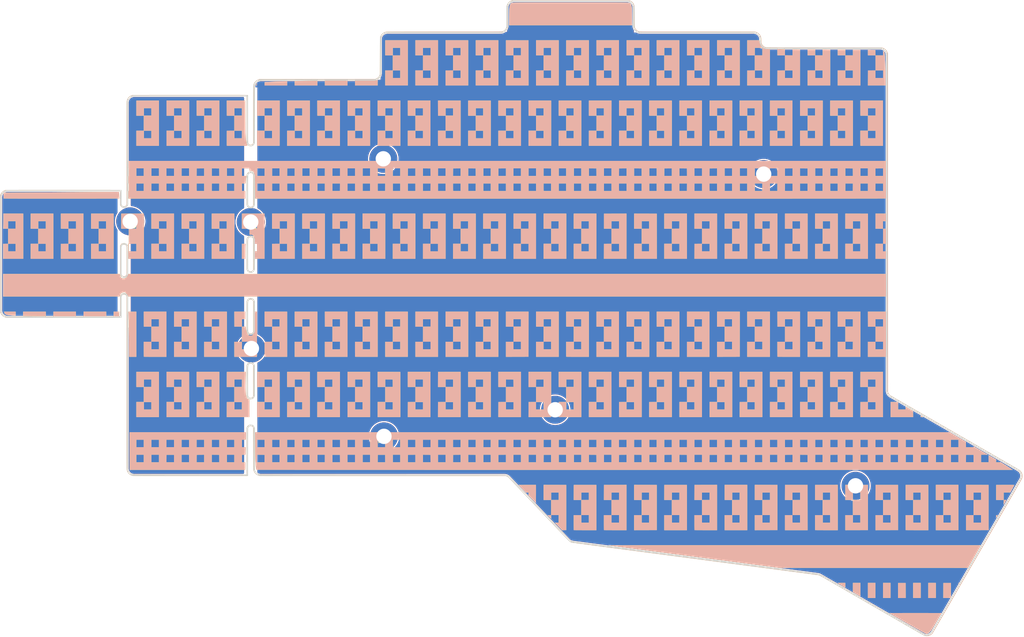
<source format=kicad_pcb>
(kicad_pcb (version 20210824) (generator pcbnew)
  (layers (0 "F.Cu" signal) (31 "B.Cu" signal) (34 "B.Paste" user) (35 "F.Paste" user) (36 "B.SilkS" user "B.Silkscreen") (37 "F.SilkS" user "F.Silkscreen") (38 "B.Mask" user) (39 "F.Mask" user) (44 "Edge.Cuts" user))
  (net 0 "")
  (footprint "kbd:M2_Hole_TH" (layer "F.Cu") (at 128.721463 40.374367)
    (fp_text reference "H8" (at 0 0.5) (layer "F.SilkS"))
    (fp_text value "MountingHole")
    (pad "" thru_hole circle (at 0 0) (size 4.2 4.2) (drill 2.3) (layers *.Cu *.Mask))
  )
  (footprint "kbd:M2_Hole_TH" (layer "F.Cu") (at 71.621463 38.074367)
    (fp_text reference "H4" (at 0 0.5) (layer "F.SilkS"))
    (fp_text value "MountingHole")
    (pad "" thru_hole circle (at 0 0) (size 4.2 4.2) (drill 2.3) (layers *.Cu *.Mask))
  )
  (footprint "kbd:M2_Hole_TH" (layer "F.Cu") (at 51.821463 66.574367)
    (fp_text reference "H2" (at 0 0.5) (layer "F.SilkS"))
    (fp_text value "MountingHole")
    (pad "" thru_hole circle (at 0 0) (size 4.2 4.2) (drill 2.3) (layers *.Cu *.Mask))
  )
  (footprint "Silks:skean-math-silk" (layer "F.Cu") (at 90.821464 61.999367)
    (fp_text reference "G***" hide)
    (fp_text value "LOGO" hide)
  )
  (footprint "kbd:M2_Hole_TH" (layer "F.Cu") (at 33.621463 47.474367)
    (fp_text reference "H3" (at 0 0.5) (layer "F.SilkS"))
    (fp_text value "MountingHole")
    (pad "" thru_hole circle (at 0 0) (size 4.2 4.2) (drill 2.3) (layers *.Cu *.Mask))
  )
  (footprint "kbd:M2_Hole_TH" (layer "F.Cu") (at 51.721463 47.574367)
    (fp_text reference "H1" (at 0 0.5) (layer "F.SilkS"))
    (fp_text value "MountingHole")
    (pad "" thru_hole circle (at 0 0) (size 4.2 4.2) (drill 2.3) (layers *.Cu *.Mask))
  )
  (footprint "kbd:M2_Hole_TH" (layer "F.Cu") (at 97.421463 75.774367)
    (fp_text reference "H6" (at 0 0.5) (layer "F.SilkS"))
    (fp_text value "MountingHole")
    (pad "" thru_hole circle (at 0 0) (size 4.2 4.2) (drill 2.3) (layers *.Cu *.Mask))
  )
  (footprint "kbd:M2_Hole_TH" (layer "F.Cu") (at 71.721463 79.774367)
    (fp_text reference "H5" (at 0 0.5) (layer "F.SilkS"))
    (fp_text value "MountingHole")
    (pad "" thru_hole circle (at 0 0) (size 4.2 4.2) (drill 2.3) (layers *.Cu *.Mask))
  )
  (footprint "kbd:M2_Hole_TH" (layer "F.Cu") (at 142.507505 87.19918)
    (fp_text reference "H9" (at 0 0.5) (layer "F.SilkS"))
    (fp_text value "MountingHole")
    (pad "" thru_hole circle (at 0 0) (size 4.2 4.2) (drill 2.3) (layers *.Cu *.Mask))
  )
  (footprint "Silks:skean-math-silk" (layer "F.Cu") (at 90.821464 61.999367)
    (fp_text reference "G***" hide)
    (fp_text value "LOGO" hide)
  )
  (gr_arc (start 89.796623 86.588971) (end 90.514076 85.907372) (angle -46.46802851) (layer "Edge.Cuts") (width 0.2))
  (gr_arc (start 166.412511 85.70096) (end 167.278537 86.20096) (angle -90) (layer "Edge.Cuts") (width 0.2))
  (gr_arc (start 51.721463 59.599366) (end 52.221463 59.599366) (angle -180) (layer "Edge.Cuts") (width 0.2))
  (gr_arc (start 89.221463 18.099368) (end 89.221463 19.099368) (angle -90) (layer "Edge.Cuts") (width 0.2))
  (gr_line (start 15.221464 42.849368) (end 32.221465 42.849368) (layer "Edge.Cuts") (width 0.2))
  (gr_line (start 32.221464 51.349368) (end 32.221464 55.349368) (layer "Edge.Cuts") (width 0.2))
  (gr_line (start 52.221463 35.599367) (end 52.221463 27.224367) (layer "Edge.Cuts") (width 0.2))
  (gr_line (start 99.480311 95.345258) (end 90.514076 85.907372) (layer "Edge.Cuts") (width 0.2))
  (gr_arc (start 51.721463 40.599367) (end 52.221463 40.599367) (angle -180) (layer "Edge.Cuts") (width 0.2))
  (gr_line (start 147.721463 73.754978) (end 166.912511 84.834934) (layer "Edge.Cuts") (width 0.2))
  (gr_line (start 147.221463 22.474368) (end 147.221463 72.888952) (layer "Edge.Cuts") (width 0.2))
  (gr_arc (start 32.721463 55.349368) (end 32.221463 55.349368) (angle -180) (layer "Edge.Cuts") (width 0.2))
  (gr_line (start 51.221463 28.599368) (end 51.221463 35.599367) (layer "Edge.Cuts") (width 0.2))
  (gr_line (start 32.221464 42.849368) (end 32.221464 44.849368) (layer "Edge.Cuts") (width 0.2))
  (gr_arc (start 51.72149 63.924327) (end 51.22149 63.924327) (angle -180) (layer "Edge.Cuts") (width 0.2))
  (gr_arc (start 70.221463 25.224368) (end 70.221463 26.224368) (angle -90) (layer "Edge.Cuts") (width 0.2))
  (gr_arc (start 51.721463 73.599366) (end 51.221463 73.599366) (angle -180) (layer "Edge.Cuts") (width 0.2))
  (gr_line (start 52.221463 84.599366) (end 52.221463 78.599366) (layer "Edge.Cuts") (width 0.2))
  (gr_line (start 51.221491 54.599327) (end 51.22149 50.224327) (layer "Edge.Cuts") (width 0.2))
  (gr_arc (start 53.221463 84.599366) (end 52.221463 84.599366) (angle -90) (layer "Edge.Cuts") (width 0.2))
  (gr_line (start 71.221463 25.224368) (end 71.221463 20.099368) (layer "Edge.Cuts") (width 0.2))
  (gr_arc (start 146.221463 22.474368) (end 147.221463 22.474368) (angle -90) (layer "Edge.Cuts") (width 0.2))
  (gr_arc (start 108.221463 15.349368) (end 109.221463 15.349368) (angle -90) (layer "Edge.Cuts") (width 0.2))
  (gr_line (start 110.221463 19.099367) (end 127.221463 19.099367) (layer "Edge.Cuts") (width 0.2))
  (gr_line (start 89.796623 85.599366) (end 53.221463 85.599366) (layer "Edge.Cuts") (width 0.2))
  (gr_line (start 152.662511 109.516658) (end 137.244527 100.615081) (layer "Edge.Cuts") (width 0.2))
  (gr_line (start 51.22149 69.224327) (end 51.221491 73.599327) (layer "Edge.Cuts") (width 0.2))
  (gr_arc (start 51.72149 69.224327) (end 52.22149 69.224327) (angle -180) (layer "Edge.Cuts") (width 0.2))
  (gr_arc (start 110.221463 18.099368) (end 109.221463 18.099367) (angle -90) (layer "Edge.Cuts") (width 0.2))
  (gr_line (start 33.221463 84.609762) (end 33.221464 58.849368) (layer "Edge.Cuts") (width 0.2))
  (gr_arc (start 51.721463 54.599366) (end 51.221463 54.599366) (angle -180) (layer "Edge.Cuts") (width 0.2))
  (gr_arc (start 51.721463 78.599366) (end 52.221463 78.599366) (angle -180) (layer "Edge.Cuts") (width 0.2))
  (gr_arc (start 32.721464 44.849368) (end 32.221464 44.849368) (angle -180) (layer "Edge.Cuts") (width 0.2))
  (gr_line (start 51.221463 78.599366) (end 51.221463 85.599366) (layer "Edge.Cuts") (width 0.2))
  (gr_line (start 51.221491 40.599328) (end 51.22149 44.924327) (layer "Edge.Cuts") (width 0.2))
  (gr_arc (start 34.211068 84.609762) (end 33.221463 84.609762) (angle -90) (layer "Edge.Cuts") (width 0.2))
  (gr_line (start 51.221463 85.599366) (end 34.211068 85.599366) (layer "Edge.Cuts") (width 0.2))
  (gr_arc (start 53.221463 27.224368) (end 53.221463 26.224368) (angle -90) (layer "Edge.Cuts") (width 0.2))
  (gr_line (start 53.221463 26.224368) (end 70.221463 26.224368) (layer "Edge.Cuts") (width 0.2))
  (gr_line (start 52.221491 40.599328) (end 52.22149 44.924327) (layer "Edge.Cuts") (width 0.2))
  (gr_line (start 51.22149 63.924327) (end 51.221491 59.599327) (layer "Edge.Cuts") (width 0.2))
  (gr_line (start 14.221465 60.849368) (end 14.221465 43.849369) (layer "Edge.Cuts") (width 0.2))
  (gr_arc (start 15.221464 60.849368) (end 14.221465 60.849368) (angle -90) (layer "Edge.Cuts") (width 0.2))
  (gr_arc (start 15.221465 43.849368) (end 15.221464 42.849368) (angle -90) (layer "Edge.Cuts") (width 0.2))
  (gr_line (start 32.221464 58.849368) (end 32.221464 61.849368) (layer "Edge.Cuts") (width 0.2))
  (gr_arc (start 129.221463 20.474367) (end 128.221463 20.474367) (angle -90) (layer "Edge.Cuts") (width 0.2))
  (gr_arc (start 51.72149 50.224327) (end 52.22149 50.224327) (angle -180) (layer "Edge.Cuts") (width 0.2))
  (gr_line (start 52.22149 63.924327) (end 52.221491 59.599327) (layer "Edge.Cuts") (width 0.2))
  (gr_arc (start 91.221463 15.349368) (end 91.221463 14.349368) (angle -90) (layer "Edge.Cuts") (width 0.2))
  (gr_arc (start 127.221463 20.099367) (end 128.221463 20.099367) (angle -90) (layer "Edge.Cuts") (width 0.2))
  (gr_arc (start 100.197764 94.663659) (end 99.480311 95.345258) (angle -38.96802851) (layer "Edge.Cuts") (width 0.2))
  (gr_line (start 52.221491 73.599327) (end 52.22149 69.224327) (layer "Edge.Cuts") (width 0.2))
  (gr_line (start 136.878894 100.490965) (end 100.068595 95.644797) (layer "Edge.Cuts") (width 0.2))
  (gr_line (start 33.221464 44.849368) (end 33.221464 29.599368) (layer "Edge.Cuts") (width 0.2))
  (gr_line (start 33.221463 55.349368) (end 33.221463 51.349368) (layer "Edge.Cuts") (width 0.2))
  (gr_line (start 109.221463 15.349368) (end 109.221463 18.099367) (layer "Edge.Cuts") (width 0.2))
  (gr_line (start 128.221463 20.099367) (end 128.221463 20.474367) (layer "Edge.Cuts") (width 0.2))
  (gr_arc (start 34.221464 29.599368) (end 34.221464 28.599368) (angle -90) (layer "Edge.Cuts") (width 0.2))
  (gr_line (start 129.221463 21.474367) (end 146.221463 21.474368) (layer "Edge.Cuts") (width 0.2))
  (gr_arc (start 51.72149 44.924327) (end 51.22149 44.924327) (angle -180) (layer "Edge.Cuts") (width 0.2))
  (gr_line (start 167.278537 86.20096) (end 154.028537 109.150633) (layer "Edge.Cuts") (width 0.2))
  (gr_arc (start 51.721463 35.599367) (end 51.221463 35.599367) (angle -180) (layer "Edge.Cuts") (width 0.2))
  (gr_arc (start 136.749724 101.472103) (end 137.244527 100.615081) (angle -22.5) (layer "Edge.Cuts") (width 0.2))
  (gr_arc (start 148.221463 72.888952) (end 147.221463 72.888952) (angle -60) (layer "Edge.Cuts") (width 0.2))
  (gr_arc (start 32.721462 51.349368) (end 33.221462 51.349368) (angle -180) (layer "Edge.Cuts") (width 0.2))
  (gr_arc (start 32.721464 58.849368) (end 33.221464 58.849368) (angle -180) (layer "Edge.Cuts") (width 0.2))
  (gr_arc (start 72.221463 20.099368) (end 72.221463 19.099367) (angle -90) (layer "Edge.Cuts") (width 0.2))
  (gr_line (start 90.221463 18.099368) (end 90.221463 15.349368) (layer "Edge.Cuts") (width 0.2))
  (gr_line (start 32.221464 61.849368) (end 15.221464 61.849368) (layer "Edge.Cuts") (width 0.2))
  (gr_line (start 91.221463 14.349368) (end 108.221463 14.349368) (layer "Edge.Cuts") (width 0.2))
  (gr_line (start 72.221463 19.099367) (end 89.221463 19.099368) (layer "Edge.Cuts") (width 0.2))
  (gr_line (start 52.221491 54.599327) (end 52.22149 50.224327) (layer "Edge.Cuts") (width 0.2))
  (gr_arc (start 153.162511 108.650633) (end 152.662511 109.516658) (angle -90) (layer "Edge.Cuts") (width 0.2))
  (gr_line (start 34.221464 28.599368) (end 51.221463 28.599368) (layer "Edge.Cuts") (width 0.2))
  (zone (net 0) (net_name "") (layers F&B.Cu) (priority 1) (connect_pads (clearance 0.2)) (min_thickness 0.25) (fill yes (thermal_gap 0.5) (thermal_bridge_width 0.5))
    (polygon (pts (xy 109.221463 19.104952) (xy 128.221463 19.104952) (xy 128.221463 21.504952) (xy 147.221463 21.504952) (xy 147.221463 23.804952) (xy 147.721464 73.349367) (xy 167.821463 85.204952) (xy 153.421463 109.904952) (xy 137.021463 100.504952) (xy 99.721463 95.504952) (xy 90.121463 85.504952) (xy 33.221463 85.604952) (xy 33.221463 61.804952) (xy 14.121463 61.804952) (xy 14.221463 42.904952) (xy 33.221463 42.804952) (xy 33.221463 28.504952) (xy 52.221463 28.504952) (xy 52.221463 26.204952) (xy 71.221463 26.204952) (xy 71.221463 19.004952) (xy 90.221463 19.004952) (xy 90.221463 14.304952) (xy 109.221463 14.304952)))
  )
  (zone (net 0) (net_name "") (layers F&B.Cu) (connect_pads (clearance 0)) (min_thickness 0.254)
    (keepout (tracks not_allowed) (vias not_allowed) (pads not_allowed) (copperpour not_allowed) (footprints allowed))
    (fill (thermal_gap 0.508) (thermal_bridge_width 0.508))
    (polygon (pts (xy 52.721463 86.099367) (xy 50.721463 86.099367) (xy 50.721463 27.349367) (xy 52.721463 27.349367)))
  )
  (zone (net 0) (net_name "") (layers F&B.Cu) (connect_pads (clearance 0)) (min_thickness 0.254)
    (keepout (tracks not_allowed) (vias not_allowed) (pads not_allowed) (copperpour not_allowed) (footprints allowed))
    (fill (thermal_gap 0.508) (thermal_bridge_width 0.508))
    (polygon (pts (xy 33.721463 63.349367) (xy 31.721463 63.349367) (xy 31.721463 41.849367) (xy 33.721463 41.349367)))
  )
)
</source>
